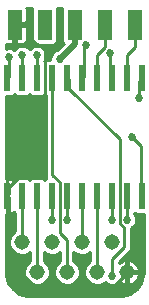
<source format=gbl>
G75*
%MOIN*%
%OFA0B0*%
%FSLAX24Y24*%
%IPPOS*%
%LPD*%
%AMOC8*
5,1,8,0,0,1.08239X$1,22.5*
%
%ADD10C,0.0515*%
%ADD11R,0.0236X0.0866*%
%ADD12R,0.0500X0.1000*%
%ADD13C,0.0100*%
%ADD14C,0.0270*%
%ADD15C,0.0200*%
D10*
X004447Y002550D03*
X004947Y001550D03*
X005447Y002550D03*
X005947Y001550D03*
X006447Y002550D03*
X006947Y001550D03*
X007447Y002550D03*
X007947Y001550D03*
D11*
X007947Y004081D03*
X007447Y004081D03*
X006947Y004081D03*
X006447Y004081D03*
X005947Y004081D03*
X005447Y004081D03*
X004947Y004081D03*
X004447Y004081D03*
X003947Y004081D03*
X003947Y008019D03*
X004447Y008019D03*
X004947Y008019D03*
X005447Y008019D03*
X005947Y008019D03*
X006447Y008019D03*
X006947Y008019D03*
X007447Y008019D03*
X007947Y008019D03*
X008447Y008019D03*
X008447Y004081D03*
D12*
X008197Y009800D03*
X007197Y009800D03*
X006197Y009800D03*
X005197Y009800D03*
X004197Y009800D03*
D13*
X003897Y001550D02*
X003907Y001425D01*
X003984Y001187D01*
X004131Y000984D01*
X004334Y000837D01*
X004572Y000760D01*
X004697Y000750D01*
X007697Y000750D01*
X007822Y000760D01*
X008060Y000837D01*
X008263Y000984D01*
X008410Y001187D01*
X008487Y001425D01*
X008497Y001550D01*
X008497Y003478D01*
X008259Y003478D01*
X008197Y003540D01*
X008168Y003511D01*
X008206Y003473D01*
X008252Y003361D01*
X008252Y003239D01*
X008206Y003127D01*
X008120Y003041D01*
X008077Y003024D01*
X008077Y002299D01*
X007948Y002170D01*
X007677Y001899D01*
X007677Y001856D01*
X007682Y001861D01*
X007733Y001899D01*
X007791Y001928D01*
X007852Y001947D01*
X007915Y001957D01*
X007918Y001957D01*
X007918Y001579D01*
X007976Y001579D01*
X007976Y001957D01*
X007979Y001957D01*
X008042Y001947D01*
X008103Y001928D01*
X008161Y001899D01*
X008213Y001861D01*
X008258Y001815D01*
X008296Y001764D01*
X008325Y001706D01*
X008344Y001645D01*
X008355Y001582D01*
X008355Y001579D01*
X007976Y001579D01*
X007976Y001521D01*
X008355Y001521D01*
X008355Y001518D01*
X008344Y001455D01*
X008325Y001394D01*
X008296Y001336D01*
X008258Y001285D01*
X008213Y001239D01*
X008161Y001201D01*
X008103Y001172D01*
X008042Y001153D01*
X007979Y001143D01*
X007976Y001143D01*
X007976Y001521D01*
X007918Y001521D01*
X007918Y001143D01*
X007915Y001143D01*
X007852Y001153D01*
X007791Y001172D01*
X007733Y001201D01*
X007691Y001232D01*
X007630Y001171D01*
X007518Y001125D01*
X007396Y001125D01*
X007284Y001171D01*
X007229Y001227D01*
X007189Y001188D01*
X007032Y001123D01*
X006862Y001123D01*
X006705Y001188D01*
X006585Y001308D01*
X006520Y001465D01*
X006520Y001635D01*
X006585Y001792D01*
X006705Y001912D01*
X006727Y001922D01*
X006727Y002225D01*
X006689Y002188D01*
X006532Y002123D01*
X006362Y002123D01*
X006205Y002188D01*
X006157Y002235D01*
X006157Y001926D01*
X006189Y001912D01*
X006309Y001792D01*
X006375Y001635D01*
X006375Y001465D01*
X006309Y001308D01*
X006189Y001188D01*
X006032Y001123D01*
X005862Y001123D01*
X005705Y001188D01*
X005585Y001308D01*
X005520Y001465D01*
X005520Y001635D01*
X005585Y001792D01*
X005705Y001912D01*
X005717Y001917D01*
X005717Y002215D01*
X005689Y002188D01*
X005532Y002123D01*
X005362Y002123D01*
X005205Y002188D01*
X005167Y002225D01*
X005167Y001922D01*
X005189Y001912D01*
X005309Y001792D01*
X005375Y001635D01*
X005375Y001465D01*
X005309Y001308D01*
X005189Y001188D01*
X005032Y001123D01*
X004862Y001123D01*
X004705Y001188D01*
X004585Y001308D01*
X004520Y001465D01*
X004520Y001635D01*
X004585Y001792D01*
X004705Y001912D01*
X004727Y001922D01*
X004727Y002225D01*
X004689Y002188D01*
X004532Y002123D01*
X004362Y002123D01*
X004205Y002188D01*
X004085Y002308D01*
X004020Y002465D01*
X004020Y002635D01*
X004085Y002792D01*
X004205Y002912D01*
X004227Y002922D01*
X004227Y003510D01*
X004183Y003554D01*
X004157Y003528D01*
X004123Y003509D01*
X004085Y003498D01*
X003956Y003498D01*
X003956Y004072D01*
X003938Y004072D01*
X003938Y003498D01*
X003897Y003498D01*
X003897Y001550D01*
X003898Y001535D02*
X004520Y001535D01*
X004520Y001634D02*
X003897Y001634D01*
X003897Y001732D02*
X004560Y001732D01*
X004623Y001831D02*
X003897Y001831D01*
X003897Y001929D02*
X004727Y001929D01*
X004727Y002028D02*
X003897Y002028D01*
X003897Y002126D02*
X004354Y002126D01*
X004540Y002126D02*
X004727Y002126D01*
X004726Y002225D02*
X004727Y002225D01*
X004447Y002550D02*
X004447Y004081D01*
X004017Y004070D02*
X003947Y004081D01*
X004017Y004150D01*
X004017Y004390D01*
X005217Y005590D01*
X005217Y008950D01*
X005057Y009110D01*
X004977Y009110D01*
X004657Y009430D01*
X004657Y009830D01*
X004257Y009830D01*
X004197Y009800D01*
X004247Y009809D02*
X004777Y009809D01*
X004777Y009711D02*
X004597Y009711D01*
X004597Y009750D02*
X004247Y009750D01*
X004247Y009150D01*
X004467Y009150D01*
X004505Y009160D01*
X004539Y009180D01*
X004567Y009208D01*
X004587Y009242D01*
X004597Y009280D01*
X004597Y009750D01*
X004597Y009850D02*
X004247Y009850D01*
X004247Y009750D01*
X004147Y009750D01*
X004147Y009150D01*
X003927Y009150D01*
X003897Y009158D01*
X003897Y008990D01*
X003956Y009015D01*
X004078Y009015D01*
X004187Y008970D01*
X004188Y008973D01*
X004274Y009059D01*
X004386Y009105D01*
X004508Y009105D01*
X004620Y009059D01*
X004697Y008981D01*
X004774Y009059D01*
X004886Y009105D01*
X005008Y009105D01*
X005120Y009059D01*
X005206Y008973D01*
X005252Y008861D01*
X005252Y008739D01*
X005206Y008627D01*
X005168Y008589D01*
X005197Y008560D01*
X005259Y008622D01*
X005392Y008622D01*
X005392Y008711D01*
X005438Y008823D01*
X005524Y008909D01*
X005609Y008944D01*
X005836Y009171D01*
X005777Y009230D01*
X005777Y010350D01*
X005617Y010350D01*
X005617Y009230D01*
X005517Y009130D01*
X004877Y009130D01*
X004777Y009230D01*
X004777Y010350D01*
X004589Y010350D01*
X004597Y010320D01*
X004597Y009850D01*
X004597Y009908D02*
X004777Y009908D01*
X004777Y010006D02*
X004597Y010006D01*
X004597Y010105D02*
X004777Y010105D01*
X004777Y010203D02*
X004597Y010203D01*
X004597Y010302D02*
X004777Y010302D01*
X004777Y009612D02*
X004597Y009612D01*
X004597Y009514D02*
X004777Y009514D01*
X004777Y009415D02*
X004597Y009415D01*
X004597Y009317D02*
X004777Y009317D01*
X004789Y009218D02*
X004573Y009218D01*
X004657Y009021D02*
X004737Y009021D01*
X004947Y008800D02*
X004947Y008019D01*
X004697Y007477D02*
X004759Y007415D01*
X005136Y007415D01*
X005197Y007477D01*
X005237Y007437D01*
X005237Y004699D01*
X005255Y004681D01*
X005197Y004623D01*
X005136Y004685D01*
X004759Y004685D01*
X004697Y004623D01*
X004636Y004685D01*
X004259Y004685D01*
X004183Y004609D01*
X004157Y004635D01*
X004123Y004654D01*
X004085Y004665D01*
X003956Y004665D01*
X003956Y004091D01*
X003938Y004091D01*
X003938Y004665D01*
X003897Y004665D01*
X003897Y007415D01*
X004136Y007415D01*
X004197Y007477D01*
X004259Y007415D01*
X004636Y007415D01*
X004697Y007477D01*
X004665Y007445D02*
X004729Y007445D01*
X005165Y007445D02*
X005229Y007445D01*
X005237Y007347D02*
X003897Y007347D01*
X003897Y007248D02*
X005237Y007248D01*
X005237Y007150D02*
X003897Y007150D01*
X003897Y007051D02*
X005237Y007051D01*
X005237Y006953D02*
X003897Y006953D01*
X003897Y006854D02*
X005237Y006854D01*
X005237Y006756D02*
X003897Y006756D01*
X003897Y006657D02*
X005237Y006657D01*
X005237Y006559D02*
X003897Y006559D01*
X003897Y006460D02*
X005237Y006460D01*
X005237Y006362D02*
X003897Y006362D01*
X003897Y006263D02*
X005237Y006263D01*
X005237Y006165D02*
X003897Y006165D01*
X003897Y006066D02*
X005237Y006066D01*
X005237Y005968D02*
X003897Y005968D01*
X003897Y005869D02*
X005237Y005869D01*
X005237Y005771D02*
X003897Y005771D01*
X003897Y005672D02*
X005237Y005672D01*
X005237Y005574D02*
X003897Y005574D01*
X003897Y005475D02*
X005237Y005475D01*
X005237Y005377D02*
X003897Y005377D01*
X003897Y005278D02*
X005237Y005278D01*
X005237Y005180D02*
X003897Y005180D01*
X003897Y005081D02*
X005237Y005081D01*
X005237Y004983D02*
X003897Y004983D01*
X003897Y004884D02*
X005237Y004884D01*
X005237Y004786D02*
X003897Y004786D01*
X003897Y004687D02*
X005249Y004687D01*
X005457Y004790D02*
X005697Y004550D01*
X005697Y002870D01*
X005937Y002630D01*
X005937Y001590D01*
X005947Y001550D01*
X005653Y001240D02*
X005241Y001240D01*
X005322Y001338D02*
X005572Y001338D01*
X005531Y001437D02*
X005363Y001437D01*
X005375Y001535D02*
X005520Y001535D01*
X005520Y001634D02*
X005375Y001634D01*
X005334Y001732D02*
X005560Y001732D01*
X005623Y001831D02*
X005271Y001831D01*
X005167Y001929D02*
X005717Y001929D01*
X005717Y002028D02*
X005167Y002028D01*
X005167Y002126D02*
X005354Y002126D01*
X005540Y002126D02*
X005717Y002126D01*
X006157Y002126D02*
X006354Y002126D01*
X006540Y002126D02*
X006727Y002126D01*
X006727Y002028D02*
X006157Y002028D01*
X006157Y001929D02*
X006727Y001929D01*
X006623Y001831D02*
X006271Y001831D01*
X006334Y001732D02*
X006560Y001732D01*
X006520Y001634D02*
X006375Y001634D01*
X006375Y001535D02*
X006520Y001535D01*
X006531Y001437D02*
X006363Y001437D01*
X006322Y001338D02*
X006572Y001338D01*
X006653Y001240D02*
X006241Y001240D01*
X006077Y001141D02*
X006817Y001141D01*
X007077Y001141D02*
X007358Y001141D01*
X007537Y001110D02*
X007937Y001510D01*
X007947Y001550D01*
X007976Y001535D02*
X008496Y001535D01*
X008497Y001634D02*
X008346Y001634D01*
X008312Y001732D02*
X008497Y001732D01*
X008497Y001831D02*
X008243Y001831D01*
X008099Y001929D02*
X008497Y001929D01*
X008497Y002028D02*
X007806Y002028D01*
X007795Y001929D02*
X007707Y001929D01*
X007918Y001929D02*
X007976Y001929D01*
X007976Y001831D02*
X007918Y001831D01*
X007918Y001732D02*
X007976Y001732D01*
X007976Y001634D02*
X007918Y001634D01*
X007918Y001437D02*
X007976Y001437D01*
X007976Y001338D02*
X007918Y001338D01*
X007918Y001240D02*
X007976Y001240D01*
X008213Y001240D02*
X008427Y001240D01*
X008459Y001338D02*
X008296Y001338D01*
X008339Y001437D02*
X008488Y001437D01*
X008377Y001141D02*
X007556Y001141D01*
X007537Y001110D02*
X004817Y001110D01*
X004017Y001910D01*
X004017Y004070D01*
X003956Y004096D02*
X003938Y004096D01*
X003938Y003998D02*
X003956Y003998D01*
X003956Y003899D02*
X003938Y003899D01*
X003938Y003801D02*
X003956Y003801D01*
X003956Y003702D02*
X003938Y003702D01*
X003938Y003604D02*
X003956Y003604D01*
X003956Y003505D02*
X003938Y003505D01*
X003897Y003407D02*
X004227Y003407D01*
X004227Y003505D02*
X004109Y003505D01*
X004227Y003308D02*
X003897Y003308D01*
X003897Y003210D02*
X004227Y003210D01*
X004227Y003111D02*
X003897Y003111D01*
X003897Y003013D02*
X004227Y003013D01*
X004209Y002914D02*
X003897Y002914D01*
X003897Y002816D02*
X004108Y002816D01*
X004054Y002717D02*
X003897Y002717D01*
X003897Y002619D02*
X004020Y002619D01*
X004020Y002520D02*
X003897Y002520D01*
X003897Y002422D02*
X004038Y002422D01*
X004078Y002323D02*
X003897Y002323D01*
X003897Y002225D02*
X004168Y002225D01*
X003906Y001437D02*
X004531Y001437D01*
X004572Y001338D02*
X003935Y001338D01*
X003967Y001240D02*
X004653Y001240D01*
X004817Y001141D02*
X004018Y001141D01*
X004089Y001043D02*
X008305Y001043D01*
X008207Y000944D02*
X004187Y000944D01*
X004322Y000846D02*
X008072Y000846D01*
X007457Y001430D02*
X007457Y001990D01*
X007857Y002390D01*
X007857Y003030D01*
X007697Y003190D01*
X007697Y005990D01*
X006017Y007670D01*
X006017Y007990D01*
X005947Y008019D01*
X005457Y007990D02*
X005447Y008019D01*
X005457Y007990D02*
X005457Y004790D01*
X005447Y004081D02*
X005447Y003300D01*
X005947Y003300D02*
X005947Y004081D01*
X006447Y004081D02*
X006447Y002550D01*
X006168Y002225D02*
X006157Y002225D01*
X006726Y002225D02*
X006727Y002225D01*
X006947Y001550D02*
X006947Y004081D01*
X007447Y004081D02*
X007447Y003300D01*
X007947Y003300D02*
X007947Y004081D01*
X008173Y003505D02*
X008232Y003505D01*
X008233Y003407D02*
X008497Y003407D01*
X008497Y003308D02*
X008252Y003308D01*
X008240Y003210D02*
X008497Y003210D01*
X008497Y003111D02*
X008189Y003111D01*
X008077Y003013D02*
X008497Y003013D01*
X008497Y002914D02*
X008077Y002914D01*
X008077Y002816D02*
X008497Y002816D01*
X008497Y002717D02*
X008077Y002717D01*
X008077Y002619D02*
X008497Y002619D01*
X008497Y002520D02*
X008077Y002520D01*
X008077Y002422D02*
X008497Y002422D01*
X008497Y002323D02*
X008077Y002323D01*
X008003Y002225D02*
X008497Y002225D01*
X008497Y002126D02*
X007904Y002126D01*
X008447Y004081D02*
X008417Y004150D01*
X008417Y005750D01*
X008097Y006070D01*
X008337Y007350D02*
X008337Y007910D01*
X008417Y007990D01*
X008447Y008019D01*
X007947Y008019D02*
X007947Y008800D01*
X008197Y009050D01*
X008197Y009800D01*
X007377Y008870D02*
X007377Y008070D01*
X007447Y008019D01*
X006947Y008019D02*
X006947Y008800D01*
X007197Y009050D01*
X007197Y009800D01*
X006577Y009110D02*
X006497Y009030D01*
X006497Y008070D01*
X006447Y008019D01*
X005686Y009021D02*
X005157Y009021D01*
X005226Y008923D02*
X005558Y008923D01*
X005440Y008824D02*
X005252Y008824D01*
X005246Y008726D02*
X005398Y008726D01*
X005392Y008627D02*
X005205Y008627D01*
X005605Y009218D02*
X005789Y009218D01*
X005785Y009120D02*
X003897Y009120D01*
X003897Y009021D02*
X004237Y009021D01*
X004247Y009218D02*
X004147Y009218D01*
X004147Y009317D02*
X004247Y009317D01*
X004247Y009415D02*
X004147Y009415D01*
X004147Y009514D02*
X004247Y009514D01*
X004247Y009612D02*
X004147Y009612D01*
X004147Y009711D02*
X004247Y009711D01*
X004447Y008800D02*
X004447Y008019D01*
X004017Y008070D02*
X003947Y008019D01*
X004017Y008070D02*
X004017Y008710D01*
X004165Y007445D02*
X004229Y007445D01*
X005617Y009317D02*
X005777Y009317D01*
X005777Y009415D02*
X005617Y009415D01*
X005617Y009514D02*
X005777Y009514D01*
X005777Y009612D02*
X005617Y009612D01*
X005617Y009711D02*
X005777Y009711D01*
X005777Y009809D02*
X005617Y009809D01*
X005617Y009908D02*
X005777Y009908D01*
X005777Y010006D02*
X005617Y010006D01*
X005617Y010105D02*
X005777Y010105D01*
X005777Y010203D02*
X005617Y010203D01*
X005617Y010302D02*
X005777Y010302D01*
X003956Y004589D02*
X003938Y004589D01*
X003938Y004490D02*
X003956Y004490D01*
X003956Y004392D02*
X003938Y004392D01*
X003938Y004293D02*
X003956Y004293D01*
X003956Y004195D02*
X003938Y004195D01*
X004947Y004081D02*
X004947Y001550D01*
X005077Y001141D02*
X005817Y001141D01*
X005167Y002225D02*
X005168Y002225D01*
D14*
X005447Y003300D03*
X005947Y003300D03*
X007447Y003300D03*
X007947Y003300D03*
X007457Y001430D03*
X008097Y006070D03*
X008337Y007350D03*
X007377Y008870D03*
X006577Y009110D03*
X005697Y008650D03*
X004947Y008800D03*
X004447Y008800D03*
X004017Y008710D03*
X004657Y009830D03*
D15*
X005697Y008650D02*
X006197Y009150D01*
X006197Y009800D01*
M02*

</source>
